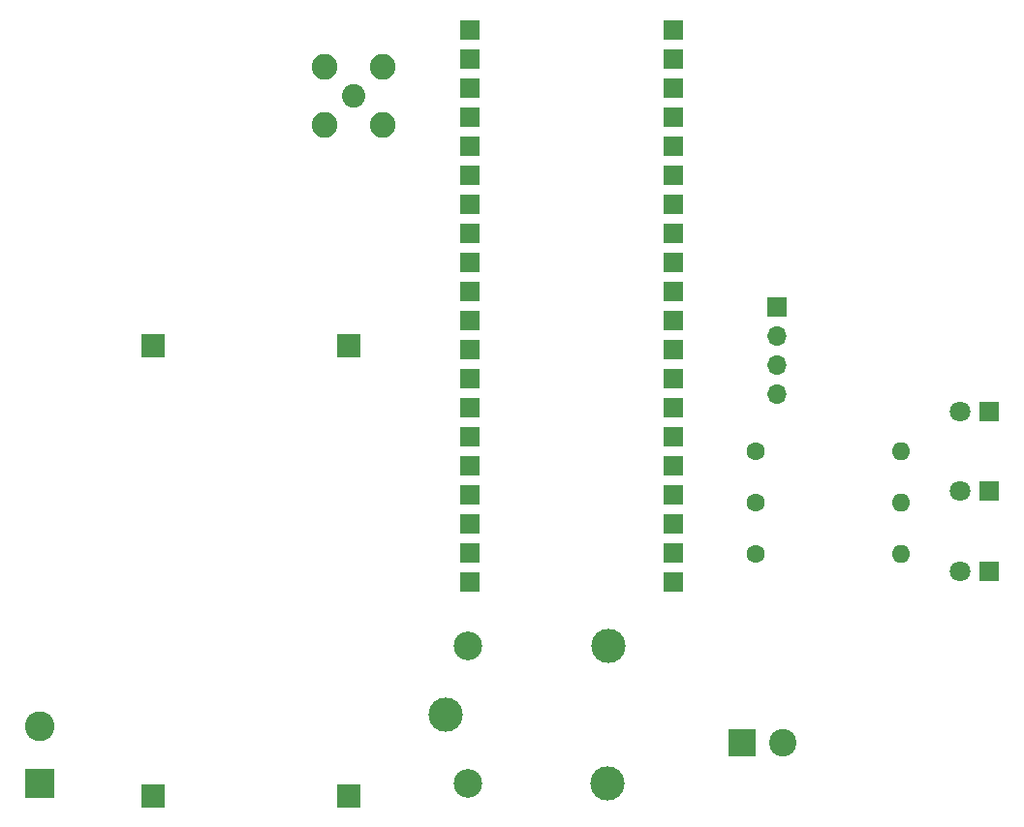
<source format=gbr>
%TF.GenerationSoftware,KiCad,Pcbnew,8.0.3*%
%TF.CreationDate,2024-06-26T11:54:08+03:00*%
%TF.ProjectId,LoRa_irrigation_system,4c6f5261-5f69-4727-9269-676174696f6e,rev?*%
%TF.SameCoordinates,Original*%
%TF.FileFunction,Soldermask,Top*%
%TF.FilePolarity,Negative*%
%FSLAX46Y46*%
G04 Gerber Fmt 4.6, Leading zero omitted, Abs format (unit mm)*
G04 Created by KiCad (PCBNEW 8.0.3) date 2024-06-26 11:54:08*
%MOMM*%
%LPD*%
G01*
G04 APERTURE LIST*
G04 Aperture macros list*
%AMRoundRect*
0 Rectangle with rounded corners*
0 $1 Rounding radius*
0 $2 $3 $4 $5 $6 $7 $8 $9 X,Y pos of 4 corners*
0 Add a 4 corners polygon primitive as box body*
4,1,4,$2,$3,$4,$5,$6,$7,$8,$9,$2,$3,0*
0 Add four circle primitives for the rounded corners*
1,1,$1+$1,$2,$3*
1,1,$1+$1,$4,$5*
1,1,$1+$1,$6,$7*
1,1,$1+$1,$8,$9*
0 Add four rect primitives between the rounded corners*
20,1,$1+$1,$2,$3,$4,$5,0*
20,1,$1+$1,$4,$5,$6,$7,0*
20,1,$1+$1,$6,$7,$8,$9,0*
20,1,$1+$1,$8,$9,$2,$3,0*%
G04 Aperture macros list end*
%ADD10C,2.050000*%
%ADD11C,2.250000*%
%ADD12R,1.800000X1.800000*%
%ADD13C,1.800000*%
%ADD14R,2.400000X2.400000*%
%ADD15C,2.400000*%
%ADD16R,2.600000X2.600000*%
%ADD17C,2.600000*%
%ADD18C,1.600000*%
%ADD19O,1.600000X1.600000*%
%ADD20R,2.000000X2.000000*%
%ADD21RoundRect,0.102000X-0.754000X-0.754000X0.754000X-0.754000X0.754000X0.754000X-0.754000X0.754000X0*%
%ADD22R,1.700000X1.700000*%
%ADD23O,1.700000X1.700000*%
%ADD24C,3.000000*%
%ADD25C,2.500000*%
G04 APERTURE END LIST*
D10*
%TO.C,J4*%
X119000000Y-54460000D03*
D11*
X121540000Y-57000000D03*
X121540000Y-51920000D03*
X116460000Y-57000000D03*
X116460000Y-51920000D03*
%TD*%
D12*
%TO.C,D2*%
X174540000Y-89000000D03*
D13*
X172000000Y-89000000D03*
%TD*%
D12*
%TO.C,D1*%
X174510000Y-82000000D03*
D13*
X171970000Y-82000000D03*
%TD*%
D14*
%TO.C,J3*%
X152950000Y-111000000D03*
D15*
X156450000Y-111000000D03*
%TD*%
D16*
%TO.C,J1*%
X91500000Y-114500000D03*
D17*
X91500000Y-109500000D03*
%TD*%
D18*
%TO.C,R2*%
X154150000Y-90000000D03*
D19*
X166850000Y-90000000D03*
%TD*%
D20*
%TO.C,U1*%
X101427500Y-115621500D03*
X118572500Y-115621500D03*
X118572500Y-76251500D03*
X101427500Y-76251500D03*
%TD*%
D21*
%TO.C,U2*%
X146890000Y-58800000D03*
X146890000Y-56260000D03*
X146890000Y-61340000D03*
X146890000Y-66420000D03*
X146890000Y-53720000D03*
X146890000Y-79120000D03*
X146890000Y-91820000D03*
X129110000Y-53720000D03*
X129110000Y-66420000D03*
X129110000Y-79120000D03*
X129110000Y-91820000D03*
X129110000Y-48640000D03*
X129110000Y-51180000D03*
X129110000Y-56260000D03*
X129110000Y-58800000D03*
X129110000Y-61340000D03*
X129110000Y-63880000D03*
X129110000Y-68960000D03*
X129110000Y-71500000D03*
X129110000Y-74040000D03*
X129110000Y-76580000D03*
X129110000Y-81660000D03*
X129110000Y-84200000D03*
X129110000Y-86740000D03*
X129110000Y-89280000D03*
X129110000Y-94360000D03*
X129110000Y-96900000D03*
X146890000Y-96900000D03*
X146890000Y-94360000D03*
X146890000Y-89280000D03*
X146890000Y-86740000D03*
X146890000Y-84200000D03*
X146890000Y-81660000D03*
X146890000Y-76580000D03*
X146890000Y-71500000D03*
X146890000Y-68960000D03*
X146890000Y-63880000D03*
X146890000Y-74040000D03*
X146890000Y-48640000D03*
X146890000Y-51180000D03*
%TD*%
D22*
%TO.C,J2*%
X156000000Y-72880000D03*
D23*
X156000000Y-75420000D03*
X156000000Y-77960000D03*
X156000000Y-80500000D03*
%TD*%
D24*
%TO.C,K2*%
X127000000Y-108500000D03*
D25*
X128950000Y-114550000D03*
D24*
X141150000Y-114550000D03*
X141200000Y-102500000D03*
D25*
X128950000Y-102550000D03*
%TD*%
D18*
%TO.C,R3*%
X154150000Y-94500000D03*
D19*
X166850000Y-94500000D03*
%TD*%
D18*
%TO.C,R1*%
X154150000Y-85500000D03*
D19*
X166850000Y-85500000D03*
%TD*%
D12*
%TO.C,D3*%
X174510000Y-96000000D03*
D13*
X171970000Y-96000000D03*
%TD*%
M02*

</source>
